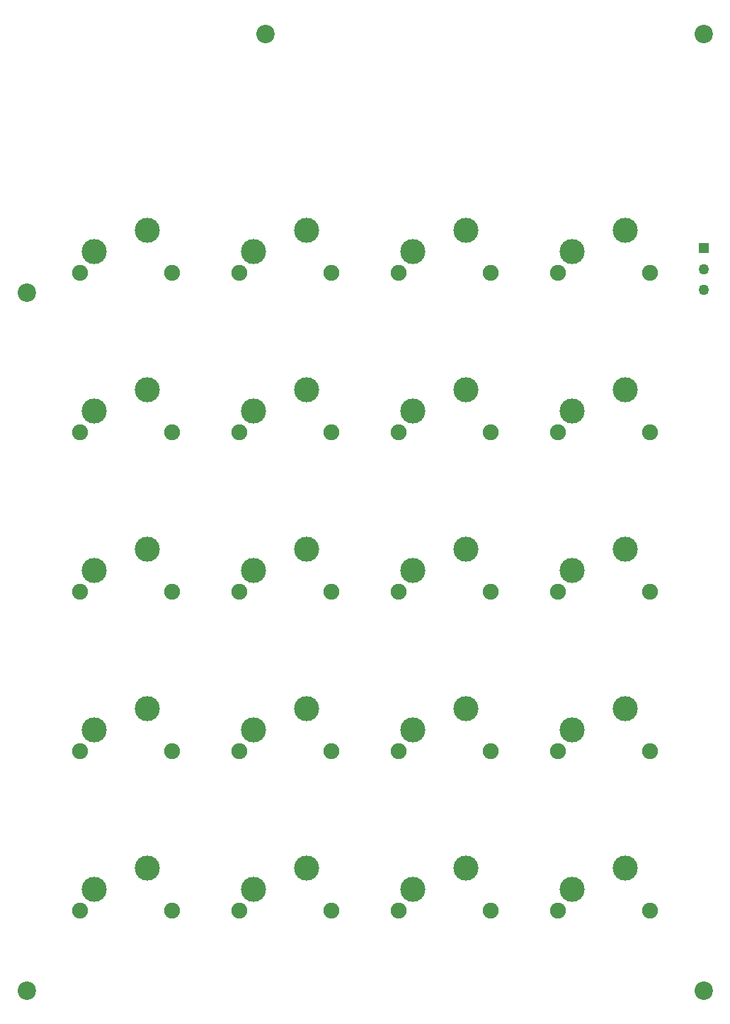
<source format=gbr>
%TF.GenerationSoftware,KiCad,Pcbnew,9.0.3*%
%TF.CreationDate,2025-08-11T00:10:58+09:00*%
%TF.ProjectId,tenkey_v3,74656e6b-6579-45f7-9633-2e6b69636164,rev?*%
%TF.SameCoordinates,Original*%
%TF.FileFunction,Soldermask,Top*%
%TF.FilePolarity,Negative*%
%FSLAX46Y46*%
G04 Gerber Fmt 4.6, Leading zero omitted, Abs format (unit mm)*
G04 Created by KiCad (PCBNEW 9.0.3) date 2025-08-11 00:10:58*
%MOMM*%
%LPD*%
G01*
G04 APERTURE LIST*
%ADD10C,1.900000*%
%ADD11C,3.000000*%
%ADD12C,2.200000*%
%ADD13R,1.270000X1.270000*%
%ADD14C,1.270000*%
G04 APERTURE END LIST*
D10*
%TO.C,SW19*%
X165950000Y-123825000D03*
D11*
X167640000Y-121285000D03*
X173990000Y-118745000D03*
D10*
X176950000Y-123825000D03*
%TD*%
D12*
%TO.C,Ref\u002A\u002A*%
X102393750Y-152400000D03*
%TD*%
D10*
%TO.C,SW13*%
X146900000Y-104775000D03*
D11*
X148590000Y-102235000D03*
X154940000Y-99695000D03*
D10*
X157900000Y-104775000D03*
%TD*%
D12*
%TO.C,Ref\u002A\u002A*%
X102393750Y-69056250D03*
%TD*%
D10*
%TO.C,SW15*%
X146900000Y-142875000D03*
D11*
X148590000Y-140335000D03*
X154940000Y-137795000D03*
D10*
X157900000Y-142875000D03*
%TD*%
%TO.C,SW18*%
X165950000Y-104775000D03*
D11*
X167640000Y-102235000D03*
X173990000Y-99695000D03*
D10*
X176950000Y-104775000D03*
%TD*%
%TO.C,SW16*%
X165950000Y-66675000D03*
D11*
X167640000Y-64135000D03*
X173990000Y-61595000D03*
D10*
X176950000Y-66675000D03*
%TD*%
D12*
%TO.C,Ref\u002A\u002A*%
X183356250Y-152400000D03*
%TD*%
D10*
%TO.C,SW3*%
X108800000Y-104775000D03*
D11*
X110490000Y-102235000D03*
X116840000Y-99695000D03*
D10*
X119800000Y-104775000D03*
%TD*%
D12*
%TO.C,Ref\u002A\u002A*%
X183356250Y-38100000D03*
%TD*%
D10*
%TO.C,SW7*%
X127850000Y-85725000D03*
D11*
X129540000Y-83185000D03*
X135890000Y-80645000D03*
D10*
X138850000Y-85725000D03*
%TD*%
%TO.C,SW11*%
X146900000Y-66675000D03*
D11*
X148590000Y-64135000D03*
X154940000Y-61595000D03*
D10*
X157900000Y-66675000D03*
%TD*%
%TO.C,SW2*%
X108800000Y-85725000D03*
D11*
X110490000Y-83185000D03*
X116840000Y-80645000D03*
D10*
X119800000Y-85725000D03*
%TD*%
%TO.C,SW12*%
X146900000Y-85725000D03*
D11*
X148590000Y-83185000D03*
X154940000Y-80645000D03*
D10*
X157900000Y-85725000D03*
%TD*%
%TO.C,SW4*%
X108800000Y-123825000D03*
D11*
X110490000Y-121285000D03*
X116840000Y-118745000D03*
D10*
X119800000Y-123825000D03*
%TD*%
%TO.C,SW17*%
X165950000Y-85725000D03*
D11*
X167640000Y-83185000D03*
X173990000Y-80645000D03*
D10*
X176950000Y-85725000D03*
%TD*%
%TO.C,SW5*%
X108800000Y-142875000D03*
D11*
X110490000Y-140335000D03*
X116840000Y-137795000D03*
D10*
X119800000Y-142875000D03*
%TD*%
%TO.C,SW6*%
X127850000Y-66675000D03*
D11*
X129540000Y-64135000D03*
X135890000Y-61595000D03*
D10*
X138850000Y-66675000D03*
%TD*%
%TO.C,SW1*%
X108800000Y-66675000D03*
D11*
X110490000Y-64135000D03*
X116840000Y-61595000D03*
D10*
X119800000Y-66675000D03*
%TD*%
%TO.C,SW20*%
X165950000Y-142875000D03*
D11*
X167640000Y-140335000D03*
X173990000Y-137795000D03*
D10*
X176950000Y-142875000D03*
%TD*%
%TO.C,SW9*%
X127850000Y-123825000D03*
D11*
X129540000Y-121285000D03*
X135890000Y-118745000D03*
D10*
X138850000Y-123825000D03*
%TD*%
%TO.C,SW10*%
X127850000Y-142875000D03*
D11*
X129540000Y-140335000D03*
X135890000Y-137795000D03*
D10*
X138850000Y-142875000D03*
%TD*%
D12*
%TO.C,Ref\u002A\u002A*%
X130968750Y-38100000D03*
%TD*%
D10*
%TO.C,SW14*%
X146900000Y-123825000D03*
D11*
X148590000Y-121285000D03*
X154940000Y-118745000D03*
D10*
X157900000Y-123825000D03*
%TD*%
%TO.C,SW8*%
X127850000Y-104775000D03*
D11*
X129540000Y-102235000D03*
X135890000Y-99695000D03*
D10*
X138850000Y-104775000D03*
%TD*%
D13*
%TO.C,SW21*%
X183413400Y-63732400D03*
D14*
X183413400Y-66232400D03*
X183413400Y-68732400D03*
%TD*%
M02*

</source>
